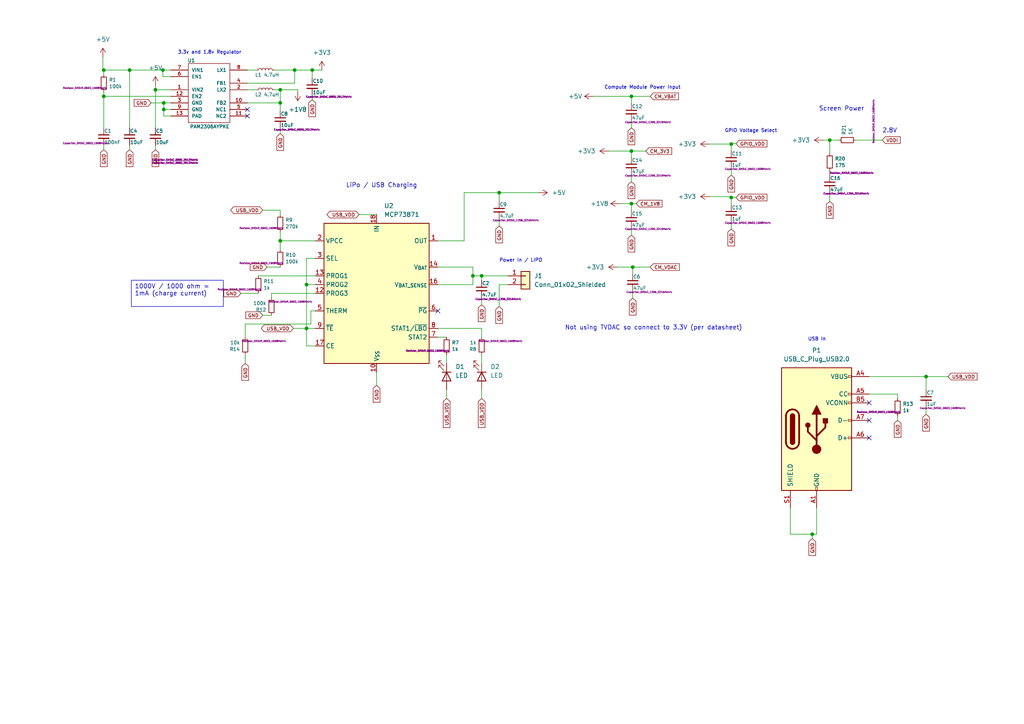
<source format=kicad_sch>
(kicad_sch (version 20230121) (generator eeschema)
  (paper "A4")
  (title_block (title "PiCM3 GBA") (date "2024-01-14") (rev "V1.0") (company "Seth Barberee"))
  (lib_symbols
    (symbol "Battery_Management:MCP73871"
      (property "Reference" "U" (at -7.62 24.13 0))
      (property "Value" "MCP73871" (at -15.24 21.59 0))
      (symbol "MCP73871_0_1"
        (rectangle (start -15.24 20.32) (end 15.24 -20.32) (stroke (width 0.254)) (fill (type background)))
      )
      (symbol "MCP73871_1_1"
        (pin power_out line (at 17.78 15.24 180) (length 2.54) (name "OUT") (number "1"))
        (pin power_in line (at 0 -22.86 90) (length 2.54) (name "V_{SS}") (number "10"))
        (pin passive line (at 0 -22.86 90) (length 2.54) hide (name "V_{SS}") (number "11"))
        (pin bidirectional line (at -17.78 0 0) (length 2.54) (name "PROG3") (number "12"))
        (pin bidirectional line (at -17.78 5.08 0) (length 2.54) (name "PROG1") (number "13"))
        (pin power_out line (at 17.78 7.62 180) (length 2.54) (name "V_{BAT}") (number "14"))
        (pin passive line (at 17.78 7.62 180) (length 2.54) hide (name "V_{BAT}") (number "15"))
        (pin input line (at 17.78 2.54 180) (length 2.54) (name "V_{BAT_SENSE}") (number "16"))
        (pin input line (at -17.78 -15.24 0) (length 2.54) (name "CE") (number "17"))
        (pin power_in line (at 0 22.86 270) (length 2.54) (name "IN") (number "18"))
        (pin passive line (at 0 22.86 270) (length 2.54) hide (name "IN") (number "19"))
        (pin input line (at -17.78 15.24 0) (length 2.54) (name "VPCC") (number "2"))
        (pin passive line (at 17.78 15.24 180) (length 2.54) hide (name "OUT") (number "20"))
        (pin passive line (at 0 -22.86 90) (length 2.54) hide (name "V_{SS}") (number "21"))
        (pin input line (at -17.78 10.16 0) (length 2.54) (name "SEL") (number "3"))
        (pin input line (at -17.78 2.54 0) (length 2.54) (name "PROG2") (number "4"))
        (pin bidirectional line (at -17.78 -5.08 0) (length 2.54) (name "THERM") (number "5"))
        (pin open_collector line (at 17.78 -5.08 180) (length 2.54) (name "~{PG}") (number "6"))
        (pin open_collector line (at 17.78 -12.7 180) (length 2.54) (name "STAT2") (number "7"))
        (pin open_collector line (at 17.78 -10.16 180) (length 2.54) (name "STAT1/~{LBO}") (number "8"))
        (pin input line (at -17.78 -10.16 0) (length 2.54) (name "~{TE}") (number "9"))
      )
    )
    (symbol "Connector:USB_C_Plug_USB2.0" (pin_names (offset 1.016))
      (property "Reference" "P" (at -10.16 19.05 0))
      (property "Value" "USB_C_Plug_USB2.0" (at 12.7 19.05 0))
      (symbol "USB_C_Plug_USB2.0_0_0"
        (rectangle (start -0.254 -17.78) (end 0.254 -16.764))
        (rectangle (start 10.16 -2.286) (end 9.144 -2.794))
        (rectangle (start 10.16 2.794) (end 9.144 2.286))
        (rectangle (start 10.16 7.874) (end 9.144 7.366))
        (rectangle (start 10.16 10.414) (end 9.144 9.906))
        (rectangle (start 10.16 15.494) (end 9.144 14.986))
      )
      (symbol "USB_C_Plug_USB2.0_0_1"
        (rectangle (start -10.16 17.78) (end 10.16 -17.78) (stroke (width 0.254)) (fill (type background)))
        (arc (start -8.89 -3.81) (mid -6.985 -5.7067) (end -5.08 -3.81) (stroke (width 0.508)))
        (arc (start -7.62 -3.81) (mid -6.985 -4.4423) (end -6.35 -3.81) (stroke (width 0.254)))
        (arc (start -7.62 -3.81) (mid -6.985 -4.4423) (end -6.35 -3.81) (stroke (width 0.254)) (fill (type outline)))
        (rectangle (start -7.62 -3.81) (end -6.35 3.81) (stroke (width 0.254)) (fill (type outline)))
        (arc (start -6.35 3.81) (mid -6.985 4.4423) (end -7.62 3.81) (stroke (width 0.254)))
        (arc (start -6.35 3.81) (mid -6.985 4.4423) (end -7.62 3.81) (stroke (width 0.254)) (fill (type outline)))
        (arc (start -5.08 3.81) (mid -6.985 5.7067) (end -8.89 3.81) (stroke (width 0.508)))
        (circle (center -2.54 1.143) (radius 0.635) (stroke (width 0.254)) (fill (type outline)))
        (circle (center 0 -5.842) (radius 1.27) (fill (type outline)))
        (polyline (pts (xy -8.89 -3.81) (xy -8.89 3.81)) (stroke (width 0.508)))
        (polyline (pts (xy -5.08 3.81) (xy -5.08 -3.81)) (stroke (width 0.508)))
        (polyline (pts (xy 0 -5.842) (xy 0 4.318)) (stroke (width 0.508)))
        (polyline (pts (xy 0 -3.302) (xy -2.54 -0.762) (xy -2.54 0.508)) (stroke (width 0.508)))
        (polyline (pts (xy 0 -2.032) (xy 2.54 0.508) (xy 2.54 1.778)) (stroke (width 0.508)))
        (polyline (pts (xy -1.27 4.318) (xy 0 6.858) (xy 1.27 4.318) (xy -1.27 4.318)) (stroke (width 0.254)) (fill (type outline)))
        (rectangle (start 1.905 1.778) (end 3.175 3.048) (stroke (width 0.254)) (fill (type outline)))
      )
      (symbol "USB_C_Plug_USB2.0_1_1"
        (pin passive line (at 0 -22.86 90) (length 5.08) (name "GND") (number "A1"))
        (pin passive line (at 0 -22.86 90) (length 5.08) hide (name "GND") (number "A12"))
        (pin passive line (at 15.24 15.24 180) (length 5.08) (name "VBUS") (number "A4"))
        (pin bidirectional line (at 15.24 10.16 180) (length 5.08) (name "CC") (number "A5"))
        (pin bidirectional line (at 15.24 -2.54 180) (length 5.08) (name "D+") (number "A6"))
        (pin bidirectional line (at 15.24 2.54 180) (length 5.08) (name "D-") (number "A7"))
        (pin passive line (at 15.24 15.24 180) (length 5.08) hide (name "VBUS") (number "A9"))
        (pin passive line (at 0 -22.86 90) (length 5.08) hide (name "GND") (number "B1"))
        (pin passive line (at 0 -22.86 90) (length 5.08) hide (name "GND") (number "B12"))
        (pin passive line (at 15.24 15.24 180) (length 5.08) hide (name "VBUS") (number "B4"))
        (pin bidirectional line (at 15.24 7.62 180) (length 5.08) (name "VCONN") (number "B5"))
        (pin passive line (at 15.24 15.24 180) (length 5.08) hide (name "VBUS") (number "B9"))
        (pin passive line (at -7.62 -22.86 90) (length 5.08) (name "SHIELD") (number "S1"))
      )
    )
    (symbol "Connector_Generic:Conn_01x02" (pin_names (offset 1.016) hide)
      (property "Reference" "J" (at 0 2.54 0))
      (property "Value" "Conn_01x02" (at 0 -5.08 0))
      (symbol "Conn_01x02_1_1"
        (rectangle (start -1.27 -2.413) (end 0 -2.667) (stroke (width 0.1524)))
        (rectangle (start -1.27 0.127) (end 0 -0.127) (stroke (width 0.1524)))
        (rectangle (start -1.27 1.27) (end 1.27 -3.81) (stroke (width 0.254)) (fill (type background)))
        (pin passive line (at -5.08 0 0) (length 3.81) (name "Pin_1") (number "1"))
        (pin passive line (at -5.08 -2.54 0) (length 3.81) (name "Pin_2") (number "2"))
      )
    )
    (symbol "Device:C_Small" (pin_numbers hide) (pin_names (offset 0.254) hide)
      (property "Reference" "C" (at 0.254 1.778 0))
      (property "Value" "C_Small" (at 0.254 -2.032 0))
      (symbol "C_Small_0_1"
        (polyline (pts (xy -1.524 -0.508) (xy 1.524 -0.508)) (stroke (width 0.3302)))
        (polyline (pts (xy -1.524 0.508) (xy 1.524 0.508)) (stroke (width 0.3048)))
      )
      (symbol "C_Small_1_1"
        (pin passive line (at 0 2.54 270) (length 2.032) (name "~") (number "1"))
        (pin passive line (at 0 -2.54 90) (length 2.032) (name "~") (number "2"))
      )
    )
    (symbol "Device:LED" (pin_numbers hide) (pin_names (offset 1.016) hide)
      (property "Reference" "D" (at 0 2.54 0))
      (property "Value" "LED" (at 0 -2.54 0))
      (symbol "LED_0_1"
        (polyline (pts (xy -1.27 -1.27) (xy -1.27 1.27)) (stroke (width 0.254)))
        (polyline (pts (xy -1.27 0) (xy 1.27 0)))
        (polyline (pts (xy 1.27 -1.27) (xy 1.27 1.27) (xy -1.27 0) (xy 1.27 -1.27)) (stroke (width 0.254)))
        (polyline (pts (xy -3.048 -0.762) (xy -4.572 -2.286) (xy -3.81 -2.286) (xy -4.572 -2.286) (xy -4.572 -1.524)))
        (polyline (pts (xy -1.778 -0.762) (xy -3.302 -2.286) (xy -2.54 -2.286) (xy -3.302 -2.286) (xy -3.302 -1.524)))
      )
      (symbol "LED_1_1"
        (pin passive line (at -3.81 0 0) (length 2.54) (name "K") (number "1"))
        (pin passive line (at 3.81 0 180) (length 2.54) (name "A") (number "2"))
      )
    )
    (symbol "Device:L_Small" (pin_numbers hide) (pin_names (offset 0.254) hide)
      (property "Reference" "L" (at 0.762 1.016 0))
      (property "Value" "L_Small" (at 0.762 -1.016 0))
      (symbol "L_Small_0_1"
        (arc (start 0 -2.032) (mid 0.5058 -1.524) (end 0 -1.016))
        (arc (start 0 -1.016) (mid 0.5058 -0.508) (end 0 0))
        (arc (start 0 0) (mid 0.5058 0.508) (end 0 1.016))
        (arc (start 0 1.016) (mid 0.5058 1.524) (end 0 2.032))
      )
      (symbol "L_Small_1_1"
        (pin passive line (at 0 2.54 270) (length 0.508) (name "~") (number "1"))
        (pin passive line (at 0 -2.54 90) (length 0.508) (name "~") (number "2"))
      )
    )
    (symbol "Device:R_Small" (pin_numbers hide) (pin_names (offset 0.254) hide)
      (property "Reference" "R" (at 0.762 0.508 0))
      (property "Value" "R_Small" (at 0.762 -1.016 0))
      (symbol "R_Small_0_1"
        (rectangle (start -0.762 1.778) (end 0.762 -1.778) (stroke (width 0.2032)))
      )
      (symbol "R_Small_1_1"
        (pin passive line (at 0 2.54 270) (length 0.762) (name "~") (number "1"))
        (pin passive line (at 0 -2.54 90) (length 0.762) (name "~") (number "2"))
      )
    )
    (symbol "power:+1V8" (power) (pin_names (offset 0))
      (property "Value" "+1V8" (at 0 3.556 0))
      (symbol "+1V8_0_1"
        (polyline (pts (xy -0.762 1.27) (xy 0 2.54)))
        (polyline (pts (xy 0 0) (xy 0 2.54)))
        (polyline (pts (xy 0 2.54) (xy 0.762 1.27)))
      )
      (symbol "+1V8_1_1"
        (pin power_in line (at 0 0 90) (length 0) hide (name "+1V8") (number "1"))
      )
    )
    (symbol "power:+3V3" (power) (pin_names (offset 0))
      (property "Value" "+3V3" (at 0 3.556 0))
      (symbol "+3V3_0_1"
        (polyline (pts (xy -0.762 1.27) (xy 0 2.54)))
        (polyline (pts (xy 0 0) (xy 0 2.54)))
        (polyline (pts (xy 0 2.54) (xy 0.762 1.27)))
      )
      (symbol "+3V3_1_1"
        (pin power_in line (at 0 0 90) (length 0) hide (name "+3V3") (number "1"))
      )
    )
    (symbol "power:+5V" (power) (pin_names (offset 0))
      (property "Value" "+5V" (at 0 3.556 0))
      (symbol "+5V_0_1"
        (polyline (pts (xy -0.762 1.27) (xy 0 2.54)))
        (polyline (pts (xy 0 0) (xy 0 2.54)))
        (polyline (pts (xy 0 2.54) (xy 0.762 1.27)))
      )
      (symbol "+5V_1_1"
        (pin power_in line (at 0 0 90) (length 0) hide (name "+5V") (number "1"))
      )
    )
    (symbol "voltage_reg:PAM2306AYPKE" (pin_names (offset 1.016))
      (property "Reference" "U" (at -5.08 9.525 0))
      (property "Value" "PAM2306AYPKE" (at 0 -10.795 0))
      (symbol "PAM2306AYPKE_0_1"
        (rectangle (start -6.35 8.255) (end 5.715 -8.89))
      )
      (symbol "PAM2306AYPKE_1_1"
        (pin input line (at -11.43 0.635 0) (length 5.0038) (name "VIN2") (number "1"))
        (pin input line (at 10.795 -3.175 180) (length 5.0038) (name "FB2") (number "10"))
        (pin input line (at 10.795 -6.985 180) (length 5.0038) (name "NC2") (number "11"))
        (pin input line (at -11.43 -1.27 0) (length 5.0038) (name "EN2") (number "12"))
        (pin input line (at -11.43 -6.985 0) (length 5.0038) (name "PAD") (number "13"))
        (pin input line (at 10.795 0.635 180) (length 5.0038) (name "LX2") (number "2"))
        (pin input line (at -11.43 -3.175 0) (length 5.0038) (name "GND") (number "3"))
        (pin input line (at 10.795 2.54 180) (length 5.0038) (name "FB1") (number "4"))
        (pin input line (at 10.795 -5.08 180) (length 5.0038) (name "NC1") (number "5"))
        (pin input line (at -11.43 4.445 0) (length 5.0038) (name "EN1") (number "6"))
        (pin input line (at -11.43 6.35 0) (length 5.0038) (name "VIN1") (number "7"))
        (pin input line (at 10.795 6.35 180) (length 5.0038) (name "LX1") (number "8"))
        (pin input line (at -11.43 -5.08 0) (length 5.0038) (name "GND") (number "9"))
      )
    )
  )
  (junction (at 81.28 26.035))
  (junction (at 37.592 20.32))
  (junction (at 45.085 26.035))
  (junction (at 47.498 31.75))
  (junction (at 235.585 154.94))
  (junction (at 85.471 20.32))
  (junction (at 183.515 77.47))
  (junction (at 183.134 59.055))
  (junction (at 183.134 43.815))
  (junction (at 144.78 55.88))
  (junction (at 47.498 29.845))
  (junction (at 212.09 57.277))
  (junction (at 81.28 69.85))
  (junction (at 30.099 27.94))
  (junction (at 268.605 109.22))
  (junction (at 240.665 40.64))
  (junction (at 212.09 41.783))
  (junction (at 90.551 20.32))
  (junction (at 88.9 82.55))
  (junction (at 139.7 80.01))
  (junction (at 30.099 20.32))
  (junction (at 183.134 27.94))
  (junction (at 47.244 20.32))
  (junction (at 81.28 29.845))
  (junction (at 88.9 95.25))
  (junction (at 137.16 80.01))
  (no_connect (at 71.755 33.655))
  (no_connect (at 127 90.17))
  (no_connect (at 252.095 121.92))
  (no_connect (at 71.755 31.75))
  (no_connect (at 252.095 127))
  (no_connect (at 252.095 116.84))
  (wire (pts (xy 47.498 29.845) (xy 43.815 29.845)))
  (wire (pts (xy 90.17 93.98) (xy 71.12 93.98)))
  (wire (pts (xy 104.14 62.23) (xy 109.22 62.23)))
  (wire (pts (xy 81.28 26.035) (xy 86.36 26.035)))
  (wire (pts (xy 248.285 40.64) (xy 255.905 40.64)))
  (wire (pts (xy 144.78 65.532) (xy 144.78 63.5)))
  (wire (pts (xy 47.244 22.225) (xy 47.244 20.32)))
  (wire (pts (xy 47.498 31.75) (xy 47.498 29.845)))
  (wire (pts (xy 252.095 114.3) (xy 260.35 114.3)))
  (wire (pts (xy 212.09 50.8) (xy 212.09 48.768)))
  (wire (pts (xy 71.755 24.13) (xy 85.471 24.13)))
  (wire (pts (xy 37.592 37.084) (xy 37.592 20.32)))
  (wire (pts (xy 86.36 26.035) (xy 86.36 26.67)))
  (wire (pts (xy 81.28 26.035) (xy 79.502 26.035)))
  (wire (pts (xy 45.085 37.084) (xy 45.085 26.035)))
  (wire (pts (xy 29.845 20.32) (xy 30.099 20.32)))
  (wire (pts (xy 183.515 77.47) (xy 188.595 77.47)))
  (wire (pts (xy 47.498 33.655) (xy 47.498 31.75)))
  (wire (pts (xy 183.134 68.199) (xy 183.134 66.167)))
  (wire (pts (xy 229.235 154.94) (xy 235.585 154.94)))
  (wire (pts (xy 90.17 90.17) (xy 90.17 93.98)))
  (wire (pts (xy 127 97.79) (xy 129.54 97.79)))
  (wire (pts (xy 183.515 77.47) (xy 183.515 77.343)))
  (wire (pts (xy 85.471 24.13) (xy 85.471 20.32)))
  (wire (pts (xy 139.7 113.03) (xy 139.7 115.57)))
  (wire (pts (xy 129.54 113.03) (xy 129.54 115.57)))
  (wire (pts (xy 74.93 80.01) (xy 91.44 80.01)))
  (wire (pts (xy 91.44 82.55) (xy 88.9 82.55)))
  (wire (pts (xy 212.09 41.656) (xy 213.487 41.656)))
  (wire (pts (xy 212.09 57.023) (xy 212.09 57.277)))
  (wire (pts (xy 29.845 20.32) (xy 29.845 16.51)))
  (wire (pts (xy 183.134 52.705) (xy 183.134 50.673)))
  (wire (pts (xy 90.551 28.956) (xy 90.551 27.686)))
  (wire (pts (xy 71.12 93.98) (xy 71.12 97.79)))
  (wire (pts (xy 45.085 43.434) (xy 45.085 42.164)))
  (wire (pts (xy 81.28 67.31) (xy 81.28 69.85)))
  (wire (pts (xy 71.12 102.87) (xy 71.12 105.41)))
  (wire (pts (xy 139.7 88.392) (xy 139.7 86.36)))
  (wire (pts (xy 179.705 59.055) (xy 183.134 59.055)))
  (wire (pts (xy 90.551 22.606) (xy 90.551 20.32)))
  (wire (pts (xy 137.16 80.01) (xy 137.16 82.55)))
  (wire (pts (xy 49.53 27.94) (xy 30.099 27.94)))
  (wire (pts (xy 183.134 43.815) (xy 187.325 43.815)))
  (wire (pts (xy 268.605 109.22) (xy 274.955 109.22)))
  (wire (pts (xy 81.28 60.96) (xy 81.28 62.23)))
  (wire (pts (xy 260.35 114.3) (xy 260.35 115.57)))
  (wire (pts (xy 139.7 102.87) (xy 139.7 105.41)))
  (wire (pts (xy 183.134 27.94) (xy 188.595 27.94)))
  (wire (pts (xy 79.502 20.32) (xy 85.471 20.32)))
  (wire (pts (xy 91.44 90.17) (xy 90.17 90.17)))
  (wire (pts (xy 205.74 41.783) (xy 212.09 41.783)))
  (wire (pts (xy 49.53 33.655) (xy 47.498 33.655)))
  (wire (pts (xy 91.44 74.93) (xy 88.9 74.93)))
  (wire (pts (xy 252.095 109.22) (xy 268.605 109.22)))
  (wire (pts (xy 88.9 82.55) (xy 88.9 95.25)))
  (wire (pts (xy 139.7 80.01) (xy 139.7 81.28)))
  (wire (pts (xy 260.35 120.65) (xy 260.35 121.92)))
  (wire (pts (xy 90.551 20.32) (xy 93.345 20.32)))
  (wire (pts (xy 85.09 95.25) (xy 88.9 95.25)))
  (wire (pts (xy 134.62 55.88) (xy 134.62 69.85)))
  (wire (pts (xy 144.78 55.88) (xy 156.21 55.88)))
  (wire (pts (xy 88.9 95.25) (xy 91.44 95.25)))
  (wire (pts (xy 71.755 29.845) (xy 81.28 29.845)))
  (wire (pts (xy 212.09 57.277) (xy 213.487 57.277)))
  (wire (pts (xy 76.2 60.96) (xy 81.28 60.96)))
  (wire (pts (xy 144.78 55.88) (xy 144.78 58.42)))
  (wire (pts (xy 81.28 38.735) (xy 81.28 37.211)))
  (wire (pts (xy 183.134 59.055) (xy 184.531 59.055)))
  (wire (pts (xy 30.099 26.67) (xy 30.099 27.94)))
  (wire (pts (xy 137.16 80.01) (xy 139.7 80.01)))
  (wire (pts (xy 240.665 40.64) (xy 240.665 44.45)))
  (wire (pts (xy 183.134 61.087) (xy 183.134 59.055)))
  (wire (pts (xy 47.244 20.32) (xy 37.592 20.32)))
  (wire (pts (xy 147.32 82.55) (xy 144.78 82.55)))
  (wire (pts (xy 212.09 66.421) (xy 212.09 64.389)))
  (wire (pts (xy 78.74 85.09) (xy 91.44 85.09)))
  (wire (pts (xy 205.74 57.023) (xy 212.09 57.023)))
  (wire (pts (xy 183.134 29.972) (xy 183.134 27.94)))
  (wire (pts (xy 77.47 77.47) (xy 81.28 77.47)))
  (wire (pts (xy 144.78 82.55) (xy 144.78 88.9)))
  (wire (pts (xy 268.605 109.22) (xy 268.605 113.03)))
  (wire (pts (xy 134.62 69.85) (xy 127 69.85)))
  (wire (pts (xy 179.07 77.47) (xy 183.515 77.47)))
  (wire (pts (xy 235.585 156.21) (xy 235.585 154.94)))
  (wire (pts (xy 74.422 20.32) (xy 71.755 20.32)))
  (wire (pts (xy 129.54 102.87) (xy 129.54 105.41)))
  (wire (pts (xy 109.22 107.95) (xy 109.22 111.76)))
  (wire (pts (xy 183.515 79.375) (xy 183.515 77.47)))
  (wire (pts (xy 45.085 26.035) (xy 49.53 26.035)))
  (wire (pts (xy 81.28 26.035) (xy 81.28 29.845)))
  (wire (pts (xy 49.53 20.32) (xy 47.244 20.32)))
  (wire (pts (xy 81.28 69.85) (xy 91.44 69.85)))
  (wire (pts (xy 183.515 86.487) (xy 183.515 84.455)))
  (wire (pts (xy 240.665 49.53) (xy 240.665 50.8)))
  (wire (pts (xy 127 95.25) (xy 139.7 95.25)))
  (wire (pts (xy 30.099 21.59) (xy 30.099 20.32)))
  (wire (pts (xy 88.9 74.93) (xy 88.9 82.55)))
  (wire (pts (xy 137.16 77.47) (xy 137.16 80.01)))
  (wire (pts (xy 176.53 43.815) (xy 183.134 43.815)))
  (wire (pts (xy 30.099 27.94) (xy 30.099 37.084)))
  (wire (pts (xy 127 77.47) (xy 137.16 77.47)))
  (wire (pts (xy 88.9 100.33) (xy 91.44 100.33)))
  (wire (pts (xy 88.9 95.25) (xy 88.9 100.33)))
  (wire (pts (xy 240.665 55.88) (xy 240.665 58.42)))
  (wire (pts (xy 69.85 85.09) (xy 74.93 85.09)))
  (wire (pts (xy 235.585 154.94) (xy 236.855 154.94)))
  (wire (pts (xy 30.099 20.32) (xy 37.592 20.32)))
  (wire (pts (xy 137.16 82.55) (xy 127 82.55)))
  (wire (pts (xy 30.099 43.434) (xy 30.099 42.164)))
  (wire (pts (xy 37.592 43.434) (xy 37.592 42.164)))
  (wire (pts (xy 139.7 80.01) (xy 147.32 80.01)))
  (wire (pts (xy 45.085 24.765) (xy 45.085 26.035)))
  (wire (pts (xy 78.74 86.36) (xy 78.74 85.09)))
  (wire (pts (xy 212.09 41.783) (xy 212.09 41.656)))
  (wire (pts (xy 172.085 27.94) (xy 183.134 27.94)))
  (wire (pts (xy 49.53 29.845) (xy 47.498 29.845)))
  (wire (pts (xy 240.665 40.64) (xy 243.205 40.64)))
  (wire (pts (xy 76.2 91.44) (xy 78.74 91.44)))
  (wire (pts (xy 183.134 37.084) (xy 183.134 35.052)))
  (wire (pts (xy 134.62 55.88) (xy 144.78 55.88)))
  (wire (pts (xy 139.7 95.25) (xy 139.7 97.79)))
  (wire (pts (xy 49.53 31.75) (xy 47.498 31.75)))
  (wire (pts (xy 85.471 20.32) (xy 90.551 20.32)))
  (wire (pts (xy 49.53 22.225) (xy 47.244 22.225)))
  (wire (pts (xy 183.134 45.593) (xy 183.134 43.815)))
  (wire (pts (xy 236.855 154.94) (xy 236.855 147.32)))
  (wire (pts (xy 74.422 26.035) (xy 71.755 26.035)))
  (wire (pts (xy 212.09 43.688) (xy 212.09 41.783)))
  (wire (pts (xy 238.76 40.64) (xy 240.665 40.64)))
  (wire (pts (xy 81.28 29.845) (xy 81.28 32.131)))
  (wire (pts (xy 235.585 154.94) (xy 235.585 154.432)))
  (wire (pts (xy 81.28 69.85) (xy 81.28 72.39)))
  (wire (pts (xy 268.605 120.142) (xy 268.605 118.11)))
  (wire (pts (xy 229.235 147.32) (xy 229.235 154.94)))
  (wire (pts (xy 212.09 57.277) (xy 212.09 59.309)))
  (text_box "1000V / 1000 ohm = 1mA (charge current)" (at 38.1 81.28 0) (size 26.67 7.62) (effects (font (size 1.27 1.27)) (justify left top)))
  (text "Power In / LIPO" (at 144.78 76.2 0) (effects (font (size 0.9906 0.9906)) (justify left bottom)))
  (text "USB In" (at 234.315 99.06 0) (effects (font (size 0.9906 0.9906)) (justify left bottom)))
  (text "Compute Module Power Input" (at 175.26 26.035 0) (effects (font (size 0.9906 0.9906)) (justify left bottom)))
  (text "LiPo / USB Charging" (at 100.33 54.61 0) (effects (font (size 1.27 1.27)) (justify left bottom)))
  (text "Not using TVDAC so connect to 3.3V (per datasheet)" (at 163.83 95.885 0) (effects (font (size 1.27 1.27)) (justify left bottom)))
  (text "Screen Power" (at 237.49 32.385 0) (effects (font (size 1.27 1.27)) (justify left bottom)))
  (text "2.8V" (at 255.905 38.735 0) (effects (font (size 1.27 1.27)) (justify left bottom)))
  (text "GPIO Voltage Select" (at 210.185 38.608 0) (effects (font (size 0.9906 0.9906)) (justify left bottom)))
  (text "3.3v and 1.8v Regulator" (at 51.562 15.875 0) (effects (font (size 0.9906 0.9906)) (justify left bottom)))
  (global_label "GND" (shape input) (at 183.134 37.084 270) (effects (font (size 0.9906 0.9906))) (property "Intersheetrefs" "${INTERSHEET_REFS}" (effects hide)))
  (global_label "GND" (shape input) (at 183.134 68.199 270) (effects (font (size 0.9906 0.9906))) (property "Intersheetrefs" "${INTERSHEET_REFS}" (effects hide)))
  (global_label "USB_VDD" (shape input) (at 139.7 115.57 270) (effects (font (size 0.9906 0.9906))) (property "Intersheetrefs" "${INTERSHEET_REFS}" (effects hide)))
  (global_label "GND" (shape input) (at 144.78 65.532 270) (effects (font (size 0.9906 0.9906))) (property "Intersheetrefs" "${INTERSHEET_REFS}" (effects hide)))
  (global_label "USB_VDD" (shape input) (at 274.955 109.22 0) (effects (font (size 0.9906 0.9906))) (property "Intersheetrefs" "${INTERSHEET_REFS}" (effects hide)))
  (global_label "GND" (shape input) (at 109.22 111.76 270) (effects (font (size 0.9906 0.9906))) (property "Intersheetrefs" "${INTERSHEET_REFS}" (effects hide)))
  (global_label "GND" (shape input) (at 268.605 120.142 270) (effects (font (size 0.9906 0.9906))) (property "Intersheetrefs" "${INTERSHEET_REFS}" (effects hide)))
  (global_label "GPIO_VDD" (shape input) (at 213.487 57.277 0) (effects (font (size 0.9906 0.9906))) (property "Intersheetrefs" "${INTERSHEET_REFS}" (effects hide)))
  (global_label "CM_VBAT" (shape input) (at 188.595 27.94 0) (effects (font (size 0.9906 0.9906))) (property "Intersheetrefs" "${INTERSHEET_REFS}" (effects hide)))
  (global_label "GND" (shape input) (at 37.592 43.434 270) (effects (font (size 0.9906 0.9906))) (property "Intersheetrefs" "${INTERSHEET_REFS}" (effects hide)))
  (global_label "VDDI" (shape input) (at 255.905 40.64 0) (effects (font (size 0.9906 0.9906))) (property "Intersheetrefs" "${INTERSHEET_REFS}" (effects hide)))
  (global_label "GND" (shape input) (at 235.585 156.21 270) (effects (font (size 0.9906 0.9906))) (property "Intersheetrefs" "${INTERSHEET_REFS}" (effects hide)))
  (global_label "GND" (shape input) (at 240.665 58.42 270) (effects (font (size 0.9906 0.9906))) (property "Intersheetrefs" "${INTERSHEET_REFS}" (effects hide)))
  (global_label "CM_VDAC" (shape input) (at 188.595 77.47 0) (effects (font (size 0.9906 0.9906))) (property "Intersheetrefs" "${INTERSHEET_REFS}" (effects hide)))
  (global_label "GND" (shape input) (at 260.35 121.92 270) (effects (font (size 0.9906 0.9906))) (property "Intersheetrefs" "${INTERSHEET_REFS}" (effects hide)))
  (global_label "GND" (shape input) (at 144.78 88.9 270) (effects (font (size 0.9906 0.9906))) (property "Intersheetrefs" "${INTERSHEET_REFS}" (effects hide)))
  (global_label "GND" (shape input) (at 139.7 88.392 270) (effects (font (size 0.9906 0.9906))) (property "Intersheetrefs" "${INTERSHEET_REFS}" (effects hide)))
  (global_label "GPIO_VDD" (shape input) (at 213.487 41.656 0) (effects (font (size 0.9906 0.9906))) (property "Intersheetrefs" "${INTERSHEET_REFS}" (effects hide)))
  (global_label "USB_VDD" (shape input) (at 129.54 115.57 270) (effects (font (size 0.9906 0.9906))) (property "Intersheetrefs" "${INTERSHEET_REFS}" (effects hide)))
  (global_label "GND" (shape input) (at 43.815 29.845 180) (effects (font (size 0.9906 0.9906))) (property "Intersheetrefs" "${INTERSHEET_REFS}" (effects hide)))
  (global_label "GND" (shape input) (at 212.09 66.421 270) (effects (font (size 0.9906 0.9906))) (property "Intersheetrefs" "${INTERSHEET_REFS}" (effects hide)))
  (global_label "GND" (shape input) (at 90.551 28.956 270) (effects (font (size 0.9906 0.9906))) (property "Intersheetrefs" "${INTERSHEET_REFS}" (effects hide)))
  (global_label "GND" (shape input) (at 71.12 105.41 270) (effects (font (size 0.9906 0.9906))) (property "Intersheetrefs" "${INTERSHEET_REFS}" (effects hide)))
  (global_label "USB_VDD" (shape bidirectional) (at 76.2 60.96 180) (effects (font (size 0.9906 0.9906))) (property "Intersheetrefs" "${INTERSHEET_REFS}" (effects hide)))
  (global_label "GND" (shape input) (at 77.47 77.47 180) (effects (font (size 0.9906 0.9906))) (property "Intersheetrefs" "${INTERSHEET_REFS}" (effects hide)))
  (global_label "GND" (shape input) (at 69.85 85.09 180) (effects (font (size 0.9906 0.9906))) (property "Intersheetrefs" "${INTERSHEET_REFS}" (effects hide)))
  (global_label "CM_1V8" (shape input) (at 184.531 59.055 0) (effects (font (size 0.9906 0.9906))) (property "Intersheetrefs" "${INTERSHEET_REFS}" (effects hide)))
  (global_label "GND" (shape input) (at 30.099 43.434 270) (effects (font (size 0.9906 0.9906))) (property "Intersheetrefs" "${INTERSHEET_REFS}" (effects hide)))
  (global_label "GND" (shape input) (at 76.2 91.44 180) (effects (font (size 0.9906 0.9906))) (property "Intersheetrefs" "${INTERSHEET_REFS}" (effects hide)))
  (global_label "GND" (shape input) (at 183.515 86.487 270) (effects (font (size 0.9906 0.9906))) (property "Intersheetrefs" "${INTERSHEET_REFS}" (effects hide)))
  (global_label "GND" (shape input) (at 183.134 52.705 270) (effects (font (size 0.9906 0.9906))) (property "Intersheetrefs" "${INTERSHEET_REFS}" (effects hide)))
  (global_label "USB_VDD" (shape bidirectional) (at 104.14 62.23 180) (effects (font (size 0.9906 0.9906))) (property "Intersheetrefs" "${INTERSHEET_REFS}" (effects hide)))
  (global_label "USB_VDD" (shape bidirectional) (at 85.09 95.25 180) (effects (font (size 0.9906 0.9906))) (property "Intersheetrefs" "${INTERSHEET_REFS}" (effects hide)))
  (global_label "GND" (shape input) (at 81.28 38.735 270) (effects (font (size 0.9906 0.9906))) (property "Intersheetrefs" "${INTERSHEET_REFS}" (effects hide)))
  (global_label "GND" (shape input) (at 212.09 50.8 270) (effects (font (size 0.9906 0.9906))) (property "Intersheetrefs" "${INTERSHEET_REFS}" (effects hide)))
  (global_label "GND" (shape input) (at 45.085 43.434 270) (effects (font (size 0.9906 0.9906))) (property "Intersheetrefs" "${INTERSHEET_REFS}" (effects hide)))
  (global_label "CM_3V3" (shape input) (at 187.325 43.815 0) (effects (font (size 0.9906 0.9906))) (property "Intersheetrefs" "${INTERSHEET_REFS}" (effects hide)))
  (symbol (lib_id "Device:R_Small") (at 30.099 24.13 0) (unit 1)
    (property "Reference" "R1" (at 31.5976 23.1648 0) (effects (font (size 0.9906 0.9906)) (justify left)))
    (property "Value" "100k" (at 31.5976 25.0698 0) (effects (font (size 0.9906 0.9906)) (justify left)))
    (property "Footprint" "Resistor_SMD:R_0603_1608Metric" (at 24.638 25.527 0) (effects (font (size 0.508 0.508))))
  )
  (symbol (lib_id "power:+3V3") (at 238.76 40.64 90) (unit 1)
    (property "Reference" "#PWR011" (effects hide))
    (property "Value" "+3V3" (at 234.95 40.64 90) (effects (justify left)))
  )
  (symbol (lib_id "Connector:USB_C_Plug_USB2.0") (at 236.855 124.46 0) (unit 1)
    (property "Reference" "P1" (at 236.855 101.6 0))
    (property "Value" "USB_C_Plug_USB2.0" (at 236.855 104.14 0))
    (property "Footprint" "Connector_USB:USB_C_Receptacle_HRO_TYPE-C-31-M-12" (effects hide))
    (property "Datasheet" "https://www.usb.org/sites/default/files/documents/usb_type-c.zip" (effects hide))
  )
  (symbol (lib_id "power:+3V3") (at 205.74 57.023 90) (unit 1)
    (property "Reference" "#PWR013" (effects hide))
    (property "Value" "+3V3" (at 201.93 57.023 90) (effects (justify left)))
  )
  (symbol (lib_id "power:+3V3") (at 176.53 43.815 90) (unit 1)
    (property "Reference" "#PWR015" (effects hide))
    (property "Value" "+3V3" (at 172.72 43.815 90) (effects (justify left)))
  )
  (symbol (lib_id "power:+1V8") (at 86.36 26.67 180) (unit 1)
    (property "Reference" "#PWR025" (effects hide))
    (property "Value" "+1V8" (at 86.36 31.75 0))
  )
  (symbol (lib_id "Device:C_Small") (at 30.099 39.624 0) (unit 1)
    (property "Reference" "C1" (at 30.226 37.973 0) (effects (font (size 0.9906 0.9906)) (justify left)))
    (property "Value" "100nF" (at 30.226 41.275 0) (effects (font (size 0.9906 0.9906)) (justify left)))
    (property "Footprint" "Capacitor_SMD:C_0603_1608Metric" (at 24.892 41.529 0) (effects (font (size 0.508 0.508))))
  )
  (symbol (lib_id "Device:C_Small") (at 240.665 53.34 0) (unit 1)
    (property "Reference" "C16" (at 240.792 51.689 0) (effects (font (size 0.9906 0.9906)) (justify left)))
    (property "Value" "47uF" (at 240.792 54.991 0) (effects (font (size 0.9906 0.9906)) (justify left)))
    (property "Footprint" "Capacitor_SMD:C_1206_3216Metric" (at 245.491 56.134 0) (effects (font (size 0.508 0.508))))
  )
  (symbol (lib_id "power:+5V") (at 45.085 24.765 0) (unit 1)
    (property "Reference" "#PWR08" (effects hide))
    (property "Value" "+5V" (at 45.085 19.685 0))
  )
  (symbol (lib_id "Device:C_Small") (at 183.134 32.512 0) (unit 1)
    (property "Reference" "C12" (at 183.261 30.861 0) (effects (font (size 0.9906 0.9906)) (justify left)))
    (property "Value" "47uF" (at 183.261 34.163 0) (effects (font (size 0.9906 0.9906)) (justify left)))
    (property "Footprint" "Capacitor_SMD:C_1206_3216Metric" (at 187.96 35.433 0) (effects (font (size 0.508 0.508))))
  )
  (symbol (lib_id "Connector_Generic:Conn_01x02") (at 152.4 80.01 0) (unit 1)
    (property "Reference" "J1" (at 154.94 80.01 0) (effects (justify left)))
    (property "Value" "Conn_01x02_Shielded" (at 154.94 82.55 0) (effects (justify left)))
    (property "Footprint" "Connector_JST:JST_XH_S2B-XH-A_1x02_P2.50mm_Horizontal" (effects hide))
  )
  (symbol (lib_id "Device:C_Small") (at 37.592 39.624 0) (unit 1)
    (property "Reference" "C4" (at 37.719 37.973 0) (effects (font (size 0.9906 0.9906)) (justify left)))
    (property "Value" "10uF" (at 37.719 41.275 0) (effects (font (size 0.9906 0.9906)) (justify left)))
    (property "Footprint" "Capacitor_SMD:C_0805_2012Metric" (at 50.8 46.355 0) (effects (font (size 0.508 0.508))))
  )
  (symbol (lib_id "Device:C_Small") (at 212.09 46.228 0) (unit 1)
    (property "Reference" "C11" (at 212.217 44.577 0) (effects (font (size 0.9906 0.9906)) (justify left)))
    (property "Value" "1uF" (at 212.217 47.879 0) (effects (font (size 0.9906 0.9906)) (justify left)))
    (property "Footprint" "Capacitor_SMD:C_0603_1608Metric" (at 216.916 49.022 0) (effects (font (size 0.508 0.508))))
  )
  (symbol (lib_id "Device:C_Small") (at 45.085 39.624 0) (unit 1)
    (property "Reference" "C5" (at 45.212 37.973 0) (effects (font (size 0.9906 0.9906)) (justify left)))
    (property "Value" "10uF" (at 45.212 41.275 0) (effects (font (size 0.9906 0.9906)) (justify left)))
    (property "Footprint" "Capacitor_SMD:C_0805_2012Metric" (at 50.8 47.244 0) (effects (font (size 0.508 0.508))))
  )
  (symbol (lib_id "Device:R_Small") (at 240.665 46.99 0) (unit 1)
    (property "Reference" "R20" (at 242.1636 46.0248 0) (effects (font (size 0.9906 0.9906)) (justify left)))
    (property "Value" "175" (at 242.1636 47.9298 0) (effects (font (size 0.9906 0.9906)) (justify left)))
    (property "Footprint" "Resistor_SMD:R_0603_1608Metric" (at 247.015 50.165 0) (effects (font (size 0.508 0.508))))
  )
  (symbol (lib_id "Device:R_Small") (at 81.28 74.93 0) (unit 1)
    (property "Reference" "R10" (at 82.7786 73.9648 0) (effects (font (size 0.9906 0.9906)) (justify left)))
    (property "Value" "100k" (at 82.7786 75.8698 0) (effects (font (size 0.9906 0.9906)) (justify left)))
    (property "Footprint" "Resistor_SMD:R_0603_1608Metric" (at 75.819 76.327 0) (effects (font (size 0.508 0.508))))
  )
  (symbol (lib_id "Device:L_Small") (at 76.962 20.32 90) (unit 1)
    (property "Reference" "L1" (at 74.93 21.717 90) (effects (font (size 0.9906 0.9906))))
    (property "Value" "4.7uH" (at 78.74 21.717 90) (effects (font (size 0.9906 0.9906))))
    (property "Footprint" "Pi-Library:SRN4018-4R7M" (effects hide))
  )
  (symbol (lib_id "Device:C_Small") (at 139.7 83.82 0) (unit 1)
    (property "Reference" "C2" (at 139.827 82.169 0) (effects (font (size 0.9906 0.9906)) (justify left)))
    (property "Value" "4.7uF" (at 139.827 85.471 0) (effects (font (size 0.9906 0.9906)) (justify left)))
    (property "Footprint" "Capacitor_SMD:C_1206_3216Metric" (at 144.526 86.741 0) (effects (font (size 0.508 0.508))))
  )
  (symbol (lib_id "power:+3V3") (at 205.74 41.783 90) (unit 1)
    (property "Reference" "#PWR012" (effects hide))
    (property "Value" "+3V3" (at 201.93 41.783 90) (effects (justify left)))
  )
  (symbol (lib_id "Device:R_Small") (at 245.745 40.64 90) (unit 1)
    (property "Reference" "R21" (at 244.7798 39.1414 0) (effects (font (size 0.9906 0.9906)) (justify left)))
    (property "Value" "1K" (at 246.6848 39.1414 0) (effects (font (size 0.9906 0.9906)) (justify left)))
    (property "Footprint" "Resistor_SMD:R_0603_1608Metric" (at 253.365 35.179 0) (effects (font (size 0.508 0.508))))
  )
  (symbol (lib_id "Device:R_Small") (at 129.54 100.33 0) (unit 1)
    (property "Reference" "R7" (at 131.0386 99.3648 0) (effects (font (size 0.9906 0.9906)) (justify left)))
    (property "Value" "1k" (at 131.0386 101.2698 0) (effects (font (size 0.9906 0.9906)) (justify left)))
    (property "Footprint" "Resistor_SMD:R_0603_1608Metric" (at 124.079 101.727 0) (effects (font (size 0.508 0.508))))
  )
  (symbol (lib_id "Device:C_Small") (at 183.134 48.133 0) (unit 1)
    (property "Reference" "C14" (at 183.261 46.482 0) (effects (font (size 0.9906 0.9906)) (justify left)))
    (property "Value" "47uF" (at 183.261 49.784 0) (effects (font (size 0.9906 0.9906)) (justify left)))
    (property "Footprint" "Capacitor_SMD:C_1206_3216Metric" (at 187.96 50.927 0) (effects (font (size 0.508 0.508))))
  )
  (symbol (lib_id "Battery_Management:MCP73871") (at 109.22 85.09 0) (unit 1)
    (property "Reference" "U2" (at 111.4141 59.69 0) (effects (justify left)))
    (property "Value" "MCP73871" (at 111.4141 62.23 0) (effects (justify left)))
    (property "Footprint" "Package_DFN_QFN:QFN-20-1EP_4x4mm_P0.5mm_EP2.5x2.5mm" (effects hide))
    (property "Datasheet" "http://www.mouser.com/ds/2/268/22090a-52174.pdf" (effects hide))
  )
  (symbol (lib_id "Device:C_Small") (at 212.09 61.849 0) (unit 1)
    (property "Reference" "C13" (at 212.217 60.198 0) (effects (font (size 0.9906 0.9906)) (justify left)))
    (property "Value" "1uF" (at 212.217 63.5 0) (effects (font (size 0.9906 0.9906)) (justify left)))
    (property "Footprint" "Capacitor_SMD:C_0603_1608Metric" (at 216.916 64.643 0) (effects (font (size 0.508 0.508))))
  )
  (symbol (lib_id "Device:C_Small") (at 183.515 81.915 0) (unit 1)
    (property "Reference" "C6" (at 183.642 80.264 0) (effects (font (size 0.9906 0.9906)) (justify left)))
    (property "Value" "47uF" (at 183.642 83.566 0) (effects (font (size 0.9906 0.9906)) (justify left)))
    (property "Footprint" "Capacitor_SMD:C_1206_3216Metric" (at 188.341 84.709 0) (effects (font (size 0.508 0.508))))
  )
  (symbol (lib_id "power:+3V3") (at 93.345 20.32 0) (unit 1)
    (property "Reference" "#PWR010" (effects hide))
    (property "Value" "+3V3" (at 93.345 15.24 0))
  )
  (symbol (lib_id "Device:R_Small") (at 71.12 100.33 180) (unit 1)
    (property "Reference" "R14" (at 69.6214 101.2952 0) (effects (font (size 0.9906 0.9906)) (justify left)))
    (property "Value" "10k" (at 69.6214 99.3902 0) (effects (font (size 0.9906 0.9906)) (justify left)))
    (property "Footprint" "Resistor_SMD:R_0603_1608Metric" (at 76.581 98.933 0) (effects (font (size 0.508 0.508))))
  )
  (symbol (lib_id "Device:C_Small") (at 90.551 25.146 0) (unit 1)
    (property "Reference" "C10" (at 90.678 23.495 0) (effects (font (size 0.9906 0.9906)) (justify left)))
    (property "Value" "10uF" (at 90.678 26.797 0) (effects (font (size 0.9906 0.9906)) (justify left)))
    (property "Footprint" "Capacitor_SMD:C_0805_2012Metric" (at 95.377 28.067 0) (effects (font (size 0.508 0.508))))
  )
  (symbol (lib_id "Device:C_Small") (at 81.28 34.671 0) (unit 1)
    (property "Reference" "C8" (at 81.407 33.02 0) (effects (font (size 0.9906 0.9906)) (justify left)))
    (property "Value" "10uF" (at 81.407 36.322 0) (effects (font (size 0.9906 0.9906)) (justify left)))
    (property "Footprint" "Capacitor_SMD:C_0805_2012Metric" (at 86.106 37.592 0) (effects (font (size 0.508 0.508))))
  )
  (symbol (lib_id "Device:R_Small") (at 74.93 82.55 0) (unit 1)
    (property "Reference" "R11" (at 76.4286 81.5848 0) (effects (font (size 0.9906 0.9906)) (justify left)))
    (property "Value" "1k" (at 76.4286 83.4898 0) (effects (font (size 0.9906 0.9906)) (justify left)))
    (property "Footprint" "Resistor_SMD:R_0603_1608Metric" (at 69.469 83.947 0) (effects (font (size 0.508 0.508))))
  )
  (symbol (lib_id "Device:R_Small") (at 78.74 88.9 180) (unit 1)
    (property "Reference" "R12" (at 77.2414 89.8652 0) (effects (font (size 0.9906 0.9906)) (justify left)))
    (property "Value" "100k" (at 77.2414 87.9602 0) (effects (font (size 0.9906 0.9906)) (justify left)))
    (property "Footprint" "Resistor_SMD:R_0603_1608Metric" (at 84.201 87.503 0) (effects (font (size 0.508 0.508))))
  )
  (symbol (lib_id "power:+5V") (at 156.21 55.88 270) (unit 1)
    (property "Reference" "#PWR01" (effects hide))
    (property "Value" "+5V" (at 160.02 55.88 90) (effects (justify left)))
  )
  (symbol (lib_id "power:+5V") (at 172.085 27.94 90) (unit 1)
    (property "Reference" "#PWR07" (effects hide))
    (property "Value" "+5V" (at 168.91 27.94 90) (effects (justify left)))
  )
  (symbol (lib_id "Device:R_Small") (at 260.35 118.11 0) (unit 1)
    (property "Reference" "R13" (at 261.8486 117.1448 0) (effects (font (size 0.9906 0.9906)) (justify left)))
    (property "Value" "1k" (at 261.8486 119.0498 0) (effects (font (size 0.9906 0.9906)) (justify left)))
    (property "Footprint" "Resistor_SMD:R_0603_1608Metric" (at 254.889 119.507 0) (effects (font (size 0.508 0.508))))
  )
  (symbol (lib_id "power:+5V") (at 29.845 16.51 0) (unit 1)
    (property "Reference" "#PWR09" (effects hide))
    (property "Value" "+5V" (at 29.845 11.43 0))
  )
  (symbol (lib_id "Device:LED") (at 139.7 109.22 270) (unit 1)
    (property "Reference" "D2" (at 142.24 106.3625 90) (effects (justify left)))
    (property "Value" "LED" (at 142.24 108.9025 90) (effects (justify left)))
    (property "Footprint" "LED_SMD:LED_1206_3216Metric" (effects hide))
  )
  (symbol (lib_id "Device:R_Small") (at 81.28 64.77 0) (unit 1)
    (property "Reference" "R9" (at 82.7786 63.8048 0) (effects (font (size 0.9906 0.9906)) (justify left)))
    (property "Value" "270k" (at 82.7786 65.7098 0) (effects (font (size 0.9906 0.9906)) (justify left)))
    (property "Footprint" "Resistor_SMD:R_0603_1608Metric" (at 75.819 66.167 0) (effects (font (size 0.508 0.508))))
  )
  (symbol (lib_id "power:+1V8") (at 179.705 59.055 90) (unit 1)
    (property "Reference" "#PWR026" (effects hide))
    (property "Value" "+1V8" (at 176.53 59.055 90) (effects (justify left)))
  )
  (symbol (lib_id "Device:L_Small") (at 76.962 26.035 90) (unit 1)
    (property "Reference" "L2" (at 74.93 27.432 90) (effects (font (size 0.9906 0.9906))))
    (property "Value" "4.7uH" (at 78.74 27.432 90) (effects (font (size 0.9906 0.9906))))
    (property "Footprint" "Pi-Library:SRN4018-4R7M" (effects hide))
  )
  (symbol (lib_id "Device:C_Small") (at 144.78 60.96 0) (unit 1)
    (property "Reference" "C9" (at 144.907 59.309 0) (effects (font (size 0.9906 0.9906)) (justify left)))
    (property "Value" "4.7uF" (at 144.907 62.611 0) (effects (font (size 0.9906 0.9906)) (justify left)))
    (property "Footprint" "Capacitor_SMD:C_1206_3216Metric" (at 149.606 63.881 0) (effects (font (size 0.508 0.508))))
  )
  (symbol (lib_id "Device:R_Small") (at 139.7 100.33 180) (unit 1)
    (property "Reference" "R8" (at 138.2014 101.2952 0) (effects (font (size 0.9906 0.9906)) (justify left)))
    (property "Value" "1k" (at 138.2014 99.3902 0) (effects (font (size 0.9906 0.9906)) (justify left)))
    (property "Footprint" "Resistor_SMD:R_0603_1608Metric" (at 145.161 98.933 0) (effects (font (size 0.508 0.508))))
  )
  (symbol (lib_id "power:+3V3") (at 179.07 77.47 90) (unit 1)
    (property "Reference" "#PWR014" (effects hide))
    (property "Value" "+3V3" (at 175.26 77.47 90) (effects (justify left)))
  )
  (symbol (lib_id "Device:C_Small") (at 183.134 63.627 0) (unit 1)
    (property "Reference" "C15" (at 183.261 61.976 0) (effects (font (size 0.9906 0.9906)) (justify left)))
    (property "Value" "47uF" (at 183.261 65.278 0) (effects (font (size 0.9906 0.9906)) (justify left)))
    (property "Footprint" "Capacitor_SMD:C_1206_3216Metric" (at 187.96 66.421 0) (effects (font (size 0.508 0.508))))
  )
  (symbol (lib_id "voltage_reg:PAM2306AYPKE") (at 60.96 26.67 0) (unit 1)
    (property "Reference" "U1" (at 55.499 17.526 0) (effects (font (size 0.9906 0.9906))))
    (property "Value" "PAM2306AYPKE" (at 60.833 36.703 0) (effects (font (size 0.9906 0.9906))))
    (property "Footprint" "Pi-Library:PAM2306AYPKE" (effects hide))
    (property "Datasheet" "https://www.diodes.com/assets/Datasheets/PAM2306.pdf" (effects hide))
  )
  (symbol (lib_id "Device:LED") (at 129.54 109.22 270) (unit 1)
    (property "Reference" "D1" (at 132.08 106.3625 90) (effects (justify left)))
    (property "Value" "LED" (at 132.08 108.9025 90) (effects (justify left)))
    (property "Footprint" "LED_SMD:LED_1206_3216Metric" (effects hide))
  )
  (symbol (lib_id "Device:C_Small") (at 268.605 115.57 0) (unit 1)
    (property "Reference" "C7" (at 268.732 113.919 0) (effects (font (size 0.9906 0.9906)) (justify left)))
    (property "Value" "1uF" (at 268.732 117.221 0) (effects (font (size 0.9906 0.9906)) (justify left)))
    (property "Footprint" "Capacitor_SMD:C_0603_1608Metric" (at 273.431 118.364 0) (effects (font (size 0.508 0.508))))
  )
)
</source>
